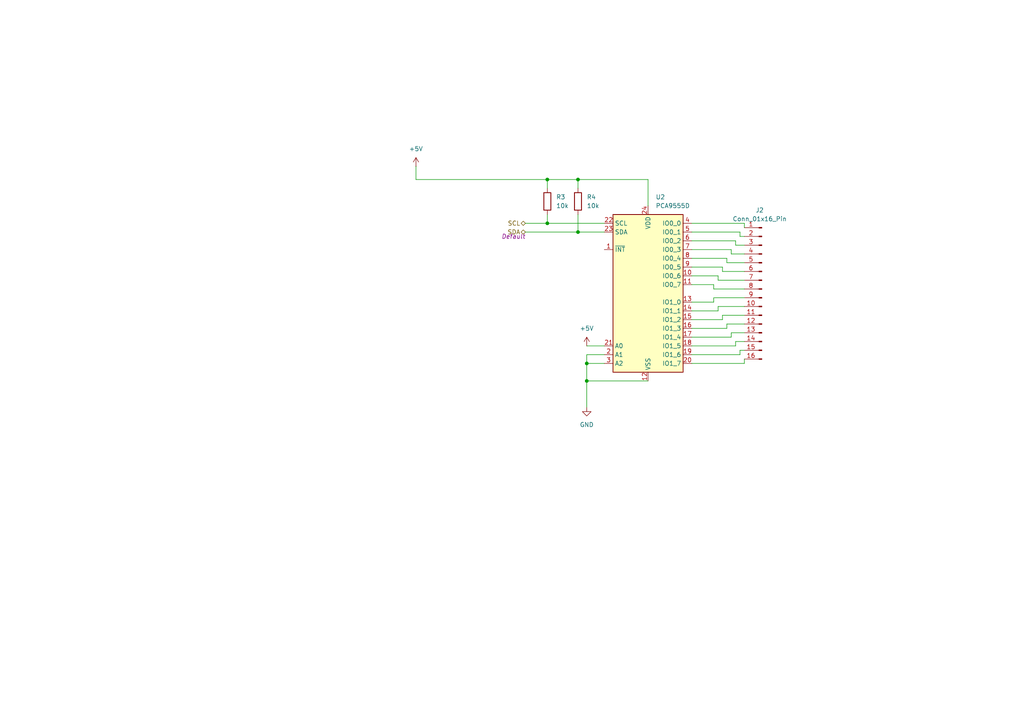
<source format=kicad_sch>
(kicad_sch (version 20231120) (generator "eeschema") (generator_version "8.0")
  (paper "A4")
  (lib_symbols
    (symbol "Connector:Conn_01x16_Pin" (pin_names (offset 1.016) hide)
      (property "Reference" "J" (at 0 20.32 0))
      (property "Value" "Conn_01x16_Pin" (at 0 -22.86 0))
      (symbol "Conn_01x16_Pin_1_1"
        (polyline (pts (xy 1.27 -20.32) (xy 0.8636 -20.32)) (stroke (width 0.1524)))
        (polyline (pts (xy 1.27 -17.78) (xy 0.8636 -17.78)) (stroke (width 0.1524)))
        (polyline (pts (xy 1.27 -15.24) (xy 0.8636 -15.24)) (stroke (width 0.1524)))
        (polyline (pts (xy 1.27 -12.7) (xy 0.8636 -12.7)) (stroke (width 0.1524)))
        (polyline (pts (xy 1.27 -10.16) (xy 0.8636 -10.16)) (stroke (width 0.1524)))
        (polyline (pts (xy 1.27 -7.62) (xy 0.8636 -7.62)) (stroke (width 0.1524)))
        (polyline (pts (xy 1.27 -5.08) (xy 0.8636 -5.08)) (stroke (width 0.1524)))
        (polyline (pts (xy 1.27 -2.54) (xy 0.8636 -2.54)) (stroke (width 0.1524)))
        (polyline (pts (xy 1.27 0) (xy 0.8636 0)) (stroke (width 0.1524)))
        (polyline (pts (xy 1.27 2.54) (xy 0.8636 2.54)) (stroke (width 0.1524)))
        (polyline (pts (xy 1.27 5.08) (xy 0.8636 5.08)) (stroke (width 0.1524)))
        (polyline (pts (xy 1.27 7.62) (xy 0.8636 7.62)) (stroke (width 0.1524)))
        (polyline (pts (xy 1.27 10.16) (xy 0.8636 10.16)) (stroke (width 0.1524)))
        (polyline (pts (xy 1.27 12.7) (xy 0.8636 12.7)) (stroke (width 0.1524)))
        (polyline (pts (xy 1.27 15.24) (xy 0.8636 15.24)) (stroke (width 0.1524)))
        (polyline (pts (xy 1.27 17.78) (xy 0.8636 17.78)) (stroke (width 0.1524)))
        (rectangle (start 0.8636 -20.193) (end 0 -20.447) (stroke (width 0.1524)) (fill (type outline)))
        (rectangle (start 0.8636 -17.653) (end 0 -17.907) (stroke (width 0.1524)) (fill (type outline)))
        (rectangle (start 0.8636 -15.113) (end 0 -15.367) (stroke (width 0.1524)) (fill (type outline)))
        (rectangle (start 0.8636 -12.573) (end 0 -12.827) (stroke (width 0.1524)) (fill (type outline)))
        (rectangle (start 0.8636 -10.033) (end 0 -10.287) (stroke (width 0.1524)) (fill (type outline)))
        (rectangle (start 0.8636 -7.493) (end 0 -7.747) (stroke (width 0.1524)) (fill (type outline)))
        (rectangle (start 0.8636 -4.953) (end 0 -5.207) (stroke (width 0.1524)) (fill (type outline)))
        (rectangle (start 0.8636 -2.413) (end 0 -2.667) (stroke (width 0.1524)) (fill (type outline)))
        (rectangle (start 0.8636 0.127) (end 0 -0.127) (stroke (width 0.1524)) (fill (type outline)))
        (rectangle (start 0.8636 2.667) (end 0 2.413) (stroke (width 0.1524)) (fill (type outline)))
        (rectangle (start 0.8636 5.207) (end 0 4.953) (stroke (width 0.1524)) (fill (type outline)))
        (rectangle (start 0.8636 7.747) (end 0 7.493) (stroke (width 0.1524)) (fill (type outline)))
        (rectangle (start 0.8636 10.287) (end 0 10.033) (stroke (width 0.1524)) (fill (type outline)))
        (rectangle (start 0.8636 12.827) (end 0 12.573) (stroke (width 0.1524)) (fill (type outline)))
        (rectangle (start 0.8636 15.367) (end 0 15.113) (stroke (width 0.1524)) (fill (type outline)))
        (rectangle (start 0.8636 17.907) (end 0 17.653) (stroke (width 0.1524)) (fill (type outline)))
        (pin passive line (at 5.08 17.78 180) (length 3.81) (name "Pin_1") (number "1"))
        (pin passive line (at 5.08 -5.08 180) (length 3.81) (name "Pin_10") (number "10"))
        (pin passive line (at 5.08 -7.62 180) (length 3.81) (name "Pin_11") (number "11"))
        (pin passive line (at 5.08 -10.16 180) (length 3.81) (name "Pin_12") (number "12"))
        (pin passive line (at 5.08 -12.7 180) (length 3.81) (name "Pin_13") (number "13"))
        (pin passive line (at 5.08 -15.24 180) (length 3.81) (name "Pin_14") (number "14"))
        (pin passive line (at 5.08 -17.78 180) (length 3.81) (name "Pin_15") (number "15"))
        (pin passive line (at 5.08 -20.32 180) (length 3.81) (name "Pin_16") (number "16"))
        (pin passive line (at 5.08 15.24 180) (length 3.81) (name "Pin_2") (number "2"))
        (pin passive line (at 5.08 12.7 180) (length 3.81) (name "Pin_3") (number "3"))
        (pin passive line (at 5.08 10.16 180) (length 3.81) (name "Pin_4") (number "4"))
        (pin passive line (at 5.08 7.62 180) (length 3.81) (name "Pin_5") (number "5"))
        (pin passive line (at 5.08 5.08 180) (length 3.81) (name "Pin_6") (number "6"))
        (pin passive line (at 5.08 2.54 180) (length 3.81) (name "Pin_7") (number "7"))
        (pin passive line (at 5.08 0 180) (length 3.81) (name "Pin_8") (number "8"))
        (pin passive line (at 5.08 -2.54 180) (length 3.81) (name "Pin_9") (number "9"))
      )
    )
    (symbol "Device:R" (pin_numbers hide) (pin_names (offset 0))
      (property "Reference" "R" (at 2.032 0 90))
      (property "Value" "R" (at 0 0 90))
      (symbol "R_0_1"
        (rectangle (start -1.016 -2.54) (end 1.016 2.54) (stroke (width 0.254)))
      )
      (symbol "R_1_1"
        (pin passive line (at 0 3.81 270) (length 1.27) (name "~") (number "1"))
        (pin passive line (at 0 -3.81 90) (length 1.27) (name "~") (number "2"))
      )
    )
    (symbol "Interface_Expansion:PCA9555D"
      (property "Reference" "U" (at -8.89 24.13 0))
      (property "Value" "PCA9555D" (at 6.35 24.13 0))
      (symbol "PCA9555D_0_1"
        (rectangle (start -10.16 22.86) (end 10.16 -22.86) (stroke (width 0.254)) (fill (type background)))
      )
      (symbol "PCA9555D_1_1"
        (pin open_collector line (at -12.7 12.7 0) (length 2.54) (name "~{INT}") (number "1"))
        (pin bidirectional line (at 12.7 5.08 180) (length 2.54) (name "IO0_6") (number "10"))
        (pin bidirectional line (at 12.7 2.54 180) (length 2.54) (name "IO0_7") (number "11"))
        (pin power_in line (at 0 -25.4 90) (length 2.54) (name "VSS") (number "12"))
        (pin bidirectional line (at 12.7 -2.54 180) (length 2.54) (name "IO1_0") (number "13"))
        (pin bidirectional line (at 12.7 -5.08 180) (length 2.54) (name "IO1_1") (number "14"))
        (pin bidirectional line (at 12.7 -7.62 180) (length 2.54) (name "IO1_2") (number "15"))
        (pin bidirectional line (at 12.7 -10.16 180) (length 2.54) (name "IO1_3") (number "16"))
        (pin bidirectional line (at 12.7 -12.7 180) (length 2.54) (name "IO1_4") (number "17"))
        (pin bidirectional line (at 12.7 -15.24 180) (length 2.54) (name "IO1_5") (number "18"))
        (pin bidirectional line (at 12.7 -17.78 180) (length 2.54) (name "IO1_6") (number "19"))
        (pin input line (at -12.7 -17.78 0) (length 2.54) (name "A1") (number "2"))
        (pin bidirectional line (at 12.7 -20.32 180) (length 2.54) (name "IO1_7") (number "20"))
        (pin input line (at -12.7 -15.24 0) (length 2.54) (name "A0") (number "21"))
        (pin input line (at -12.7 20.32 0) (length 2.54) (name "SCL") (number "22"))
        (pin bidirectional line (at -12.7 17.78 0) (length 2.54) (name "SDA") (number "23"))
        (pin power_in line (at 0 25.4 270) (length 2.54) (name "VDD") (number "24"))
        (pin input line (at -12.7 -20.32 0) (length 2.54) (name "A2") (number "3"))
        (pin bidirectional line (at 12.7 20.32 180) (length 2.54) (name "IO0_0") (number "4"))
        (pin bidirectional line (at 12.7 17.78 180) (length 2.54) (name "IO0_1") (number "5"))
        (pin bidirectional line (at 12.7 15.24 180) (length 2.54) (name "IO0_2") (number "6"))
        (pin bidirectional line (at 12.7 12.7 180) (length 2.54) (name "IO0_3") (number "7"))
        (pin bidirectional line (at 12.7 10.16 180) (length 2.54) (name "IO0_4") (number "8"))
        (pin bidirectional line (at 12.7 7.62 180) (length 2.54) (name "IO0_5") (number "9"))
      )
    )
    (symbol "power:+5V" (power) (pin_numbers hide) (pin_names (offset 0) hide)
      (property "Value" "+5V" (at 0 3.556 0))
      (symbol "+5V_0_1"
        (polyline (pts (xy -0.762 1.27) (xy 0 2.54)))
        (polyline (pts (xy 0 0) (xy 0 2.54)))
        (polyline (pts (xy 0 2.54) (xy 0.762 1.27)))
      )
      (symbol "+5V_1_1"
        (pin power_in line (at 0 0 90) (length 0) (name "~") (number "1"))
      )
    )
    (symbol "power:GND" (power) (pin_numbers hide) (pin_names (offset 0) hide)
      (property "Value" "GND" (at 0 -3.81 0))
      (symbol "GND_0_1"
        (polyline (pts (xy 0 0) (xy 0 -1.27) (xy 1.27 -1.27) (xy 0 -2.54) (xy -1.27 -1.27) (xy 0 -1.27)))
      )
      (symbol "GND_1_1"
        (pin power_in line (at 0 0 270) (length 0) (name "~") (number "1"))
      )
    )
  )
  (junction (at 158.75 64.77))
  (junction (at 167.64 67.31))
  (junction (at 170.18 110.49))
  (junction (at 167.64 52.07))
  (junction (at 158.75 52.07))
  (junction (at 170.18 105.41))
  (wire (pts (xy 200.66 92.71) (xy 209.55 92.71)))
  (wire (pts (xy 210.82 76.2) (xy 215.9 76.2)))
  (wire (pts (xy 200.66 97.79) (xy 212.09 97.79)))
  (wire (pts (xy 200.66 82.55) (xy 207.01 82.55)))
  (wire (pts (xy 170.18 110.49) (xy 170.18 118.11)))
  (wire (pts (xy 200.66 105.41) (xy 215.9 105.41)))
  (wire (pts (xy 200.66 95.25) (xy 210.82 95.25)))
  (wire (pts (xy 214.63 68.58) (xy 215.9 68.58)))
  (wire (pts (xy 170.18 105.41) (xy 170.18 110.49)))
  (wire (pts (xy 212.09 72.39) (xy 212.09 73.66)))
  (wire (pts (xy 152.4 64.77) (xy 158.75 64.77)))
  (wire (pts (xy 170.18 105.41) (xy 175.26 105.41)))
  (wire (pts (xy 200.66 64.77) (xy 215.9 64.77)))
  (wire (pts (xy 207.01 82.55) (xy 207.01 83.82)))
  (wire (pts (xy 210.82 93.98) (xy 215.9 93.98)))
  (wire (pts (xy 209.55 77.47) (xy 209.55 78.74)))
  (wire (pts (xy 120.65 52.07) (xy 158.75 52.07)))
  (wire (pts (xy 207.01 86.36) (xy 215.9 86.36)))
  (wire (pts (xy 212.09 97.79) (xy 212.09 96.52)))
  (wire (pts (xy 200.66 87.63) (xy 207.01 87.63)))
  (wire (pts (xy 208.28 80.01) (xy 208.28 81.28)))
  (wire (pts (xy 209.55 78.74) (xy 215.9 78.74)))
  (wire (pts (xy 167.64 62.23) (xy 167.64 67.31)))
  (wire (pts (xy 213.36 71.12) (xy 215.9 71.12)))
  (wire (pts (xy 158.75 52.07) (xy 167.64 52.07)))
  (wire (pts (xy 215.9 105.41) (xy 215.9 104.14)))
  (wire (pts (xy 200.66 102.87) (xy 214.63 102.87)))
  (wire (pts (xy 120.65 48.26) (xy 120.65 52.07)))
  (wire (pts (xy 208.28 90.17) (xy 208.28 88.9)))
  (wire (pts (xy 207.01 87.63) (xy 207.01 86.36)))
  (wire (pts (xy 214.63 102.87) (xy 214.63 101.6)))
  (wire (pts (xy 208.28 88.9) (xy 215.9 88.9)))
  (wire (pts (xy 158.75 64.77) (xy 175.26 64.77)))
  (wire (pts (xy 214.63 101.6) (xy 215.9 101.6)))
  (wire (pts (xy 215.9 64.77) (xy 215.9 66.04)))
  (wire (pts (xy 170.18 110.49) (xy 187.96 110.49)))
  (wire (pts (xy 152.4 67.31) (xy 167.64 67.31)))
  (wire (pts (xy 200.66 74.93) (xy 210.82 74.93)))
  (wire (pts (xy 200.66 77.47) (xy 209.55 77.47)))
  (wire (pts (xy 170.18 102.87) (xy 175.26 102.87)))
  (wire (pts (xy 170.18 100.33) (xy 175.26 100.33)))
  (wire (pts (xy 210.82 74.93) (xy 210.82 76.2)))
  (wire (pts (xy 200.66 100.33) (xy 213.36 100.33)))
  (wire (pts (xy 158.75 52.07) (xy 158.75 54.61)))
  (wire (pts (xy 200.66 72.39) (xy 212.09 72.39)))
  (wire (pts (xy 167.64 67.31) (xy 175.26 67.31)))
  (wire (pts (xy 213.36 69.85) (xy 213.36 71.12)))
  (wire (pts (xy 187.96 52.07) (xy 187.96 59.69)))
  (wire (pts (xy 200.66 69.85) (xy 213.36 69.85)))
  (wire (pts (xy 212.09 96.52) (xy 215.9 96.52)))
  (wire (pts (xy 167.64 52.07) (xy 187.96 52.07)))
  (wire (pts (xy 200.66 67.31) (xy 214.63 67.31)))
  (wire (pts (xy 158.75 62.23) (xy 158.75 64.77)))
  (wire (pts (xy 209.55 92.71) (xy 209.55 91.44)))
  (wire (pts (xy 214.63 67.31) (xy 214.63 68.58)))
  (wire (pts (xy 170.18 102.87) (xy 170.18 105.41)))
  (wire (pts (xy 207.01 83.82) (xy 215.9 83.82)))
  (wire (pts (xy 213.36 100.33) (xy 213.36 99.06)))
  (wire (pts (xy 208.28 81.28) (xy 215.9 81.28)))
  (wire (pts (xy 200.66 90.17) (xy 208.28 90.17)))
  (wire (pts (xy 212.09 73.66) (xy 215.9 73.66)))
  (wire (pts (xy 167.64 52.07) (xy 167.64 54.61)))
  (wire (pts (xy 210.82 95.25) (xy 210.82 93.98)))
  (wire (pts (xy 200.66 80.01) (xy 208.28 80.01)))
  (wire (pts (xy 209.55 91.44) (xy 215.9 91.44)))
  (wire (pts (xy 213.36 99.06) (xy 215.9 99.06)))
  (hierarchical_label "SCL" (shape bidirectional) (at 152.4 64.77 180))
  (hierarchical_label "SDA" (shape bidirectional) (at 152.4 67.31 180) (property "Netclass" "Default" (at 152.4 68.58 0) (effects (font (italic yes)) (justify right))))
  (symbol (lib_id "Connector:Conn_01x16_Pin") (at 220.98 83.82 0) (mirror y) (unit 1)
    (property "Reference" "J2" (at 220.345 60.96 0))
    (property "Value" "Conn_01x16_Pin" (at 220.345 63.5 0))
    (property "Footprint" "Connector_PinSocket_2.54mm:PinSocket_2x09_P2.54mm_Vertical" (effects (hide yes)))
    (property "Description" "Generic connector, single row, 01x16, script generated" (effects (hide yes)))
    (instances (project "puzzle1" (path "" (reference "J2") (unit 1)) (path "" (reference "J1") (unit 1))))
  )
  (symbol (lib_id "Device:R") (at 167.64 58.42 0) (unit 1)
    (property "Reference" "R4" (at 170.18 57.1499 0) (effects (justify left)))
    (property "Value" "10k" (at 170.18 59.6899 0) (effects (justify left)))
    (property "Footprint" "Resistor_SMD:R_0805_2012Metric" (effects (hide yes)))
    (property "Description" "Resistor" (effects (hide yes)))
    (instances (project "puzzle1" (path "" (reference "R4") (unit 1)) (path "" (reference "R2") (unit 1))))
  )
  (symbol (lib_id "Device:R") (at 158.75 58.42 0) (unit 1)
    (property "Reference" "R3" (at 161.29 57.1499 0) (effects (justify left)))
    (property "Value" "10k" (at 161.29 59.6899 0) (effects (justify left)))
    (property "Footprint" "Resistor_SMD:R_0805_2012Metric" (effects (hide yes)))
    (property "Description" "Resistor" (effects (hide yes)))
    (instances (project "puzzle1" (path "" (reference "R3") (unit 1)) (path "" (reference "R1") (unit 1))))
  )
  (symbol (lib_id "power:+5V") (at 170.18 100.33 0) (unit 1)
    (property "Reference" "#PWR09" (effects (hide yes)))
    (property "Value" "+5V" (at 170.18 95.25 0))
    (property "Description" "Power symbol creates a global label with name \"+5V\"" (effects (hide yes)))
    (instances (project "" (path "" (reference "#PWR09") (unit 1)) (path "" (reference "#PWR08") (unit 1))))
  )
  (symbol (lib_id "power:GND") (at 170.18 118.11 0) (unit 1)
    (property "Reference" "#PWR04" (effects (hide yes)))
    (property "Value" "GND" (at 170.18 123.19 0))
    (property "Description" "Power symbol creates a global label with name \"GND\" , ground" (effects (hide yes)))
    (instances (project "puzzle1" (path "" (reference "#PWR04") (unit 1)) (path "" (reference "#PWR02") (unit 1))))
  )
  (symbol (lib_id "power:+5V") (at 120.65 48.26 0) (unit 1)
    (property "Reference" "#PWR03" (effects (hide yes)))
    (property "Value" "+5V" (at 120.65 43.18 0))
    (property "Description" "Power symbol creates a global label with name \"+5V\"" (effects (hide yes)))
    (instances (project "puzzle1" (path "" (reference "#PWR03") (unit 1)) (path "" (reference "#PWR01") (unit 1))))
  )
  (symbol (lib_id "Interface_Expansion:PCA9555D") (at 187.96 85.09 0) (unit 1)
    (property "Reference" "U2" (at 190.1541 57.15 0) (effects (justify left)))
    (property "Value" "PCA9555D" (at 190.1541 59.69 0) (effects (justify left)))
    (property "Footprint" "Package_SO:SOIC-24W_7.5x15.4mm_P1.27mm" (effects (hide yes)))
    (property "Datasheet" "https://www.nxp.com/docs/en/data-sheet/PCA9555.pdf" (effects (hide yes)))
    (property "Description" "IO expander 16 GPIO, I2C 400kHz, Interrupt, 2.3 - 5.5V, SOIC-24" (effects (hide yes)))
    (instances (project "puzzle1" (path "" (reference "U2") (unit 1)) (path "" (reference "U1") (unit 1))))
  )
)
</source>
